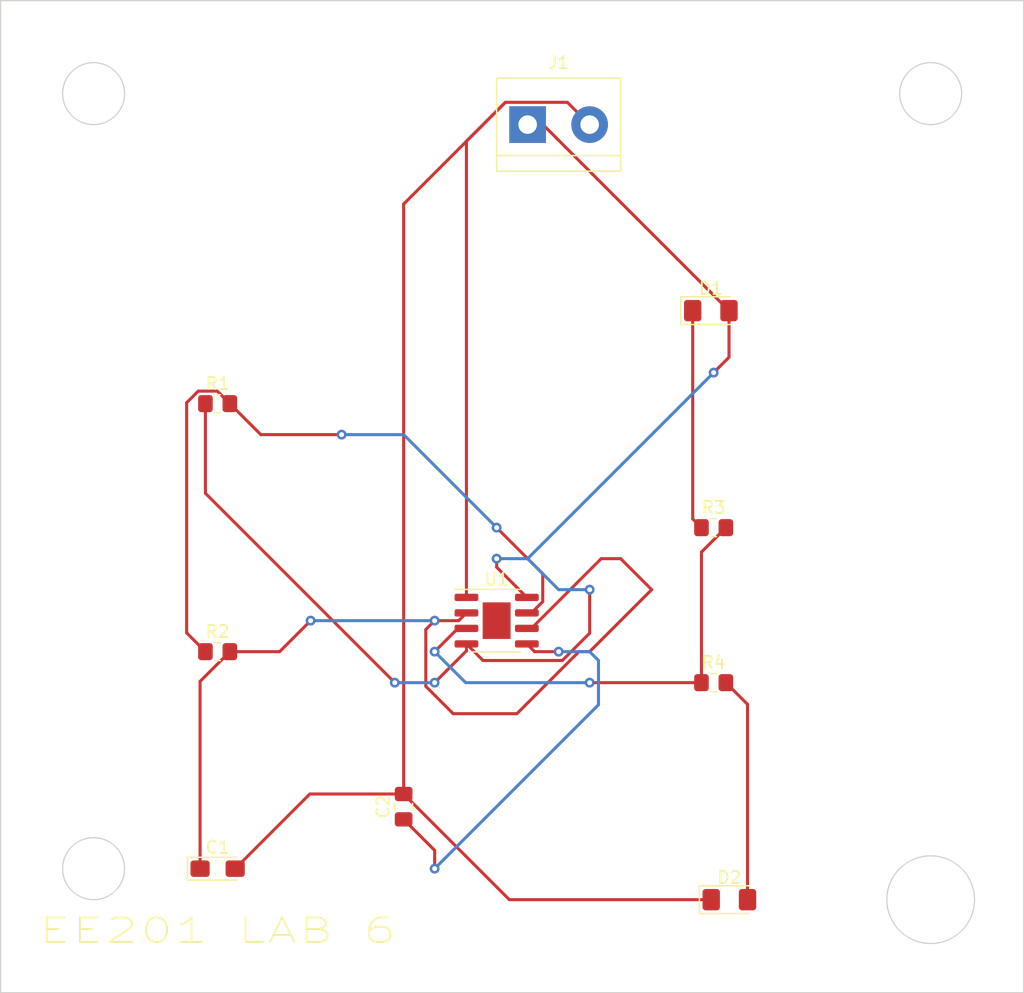
<source format=kicad_pcb>
(kicad_pcb (version 20211014) (generator pcbnew)
  (layers (0 "F.Cu" signal) (31 "B.Cu" signal) (34 "B.Paste" user) (35 "F.Paste" user) (36 "B.SilkS" user "B.Silkscreen") (37 "F.SilkS" user "F.Silkscreen") (38 "B.Mask" user) (39 "F.Mask" user) (44 "Edge.Cuts" user))
  (net 0 "")
  (net 1 "/pin_2")
  (net 2 "GND")
  (net 3 "Net-(C2-Pad1)")
  (net 4 "Net-(D1-Pad1)")
  (net 5 "+9V")
  (net 6 "Net-(D2-Pad2)")
  (net 7 "/pin_7")
  (net 8 "/pin_3")
  (footprint "LED_SMD:LED_1206_3216Metric_Pad1.42x1.75mm_HandSolder" (layer "F.Cu") (at 134.39 73.66)
    (fp_text reference "D1" (at 0 -1.82) (layer "F.SilkS"))
    (fp_text value "LED")
    (fp_line (start -2.46 1.135) (end 1.6 1.135) (layer "F.SilkS") (width 0.12))
    (fp_line (start 1.6 -1.135) (end -2.46 -1.135) (layer "F.SilkS") (width 0.12))
    (fp_line (start -2.46 -1.135) (end -2.46 1.135) (layer "F.SilkS") (width 0.12))
    (pad "1" smd roundrect (at -1.4875 0) (size 1.425 1.75) (layers "F.Cu" "F.Paste" "F.Mask") (roundrect_rratio 0.1754392982) (net 4 "Net-(D1-Pad1)"))
    (pad "2" smd roundrect (at 1.4875 0) (size 1.425 1.75) (layers "F.Cu" "F.Paste" "F.Mask") (roundrect_rratio 0.1754392982) (net 5 "+9V"))
  )
  (footprint "LED_SMD:LED_1206_3216Metric_Pad1.42x1.75mm_HandSolder" (layer "F.Cu") (at 135.9075 121.92)
    (fp_text reference "D2" (at 0 -1.82) (layer "F.SilkS"))
    (fp_text value "LED")
    (fp_line (start -2.46 1.135) (end 1.6 1.135) (layer "F.SilkS") (width 0.12))
    (fp_line (start 1.6 -1.135) (end -2.46 -1.135) (layer "F.SilkS") (width 0.12))
    (fp_line (start -2.46 -1.135) (end -2.46 1.135) (layer "F.SilkS") (width 0.12))
    (pad "1" smd roundrect (at -1.4875 0) (size 1.425 1.75) (layers "F.Cu" "F.Paste" "F.Mask") (roundrect_rratio 0.1754392982) (net 2 "GND"))
    (pad "2" smd roundrect (at 1.4875 0) (size 1.425 1.75) (layers "F.Cu" "F.Paste" "F.Mask") (roundrect_rratio 0.1754392982) (net 6 "Net-(D2-Pad2)"))
  )
  (footprint "Resistor_SMD:R_0805_2012Metric_Pad1.20x1.40mm_HandSolder" (layer "F.Cu") (at 93.98 101.6)
    (fp_text reference "R2" (at 0 -1.65) (layer "F.SilkS"))
    (fp_text value "10k")
    (fp_line (start -0.227064 0.735) (end 0.227064 0.735) (layer "F.SilkS") (width 0.12))
    (fp_line (start -0.227064 -0.735) (end 0.227064 -0.735) (layer "F.SilkS") (width 0.12))
    (pad "1" smd roundrect (at -1 0) (size 1.2 1.4) (layers "F.Cu" "F.Paste" "F.Mask") (roundrect_rratio 0.2083333333) (net 7 "/pin_7"))
    (pad "2" smd roundrect (at 1 0) (size 1.2 1.4) (layers "F.Cu" "F.Paste" "F.Mask") (roundrect_rratio 0.2083333333) (net 1 "/pin_2"))
  )
  (footprint "Capacitor_Tantalum_SMD:CP_EIA-3216-18_Kemet-A_Pad1.58x1.35mm_HandSolder" (layer "F.Cu") (at 93.98 119.38)
    (fp_text reference "C1" (at 0 -1.75) (layer "F.SilkS"))
    (fp_text value "10μF")
    (fp_line (start 1.6 -0.935) (end -2.485 -0.935) (layer "F.SilkS") (width 0.12))
    (fp_line (start -2.485 -0.935) (end -2.485 0.935) (layer "F.SilkS") (width 0.12))
    (fp_line (start -2.485 0.935) (end 1.6 0.935) (layer "F.SilkS") (width 0.12))
    (pad "1" smd roundrect (at -1.4375 0) (size 1.575 1.35) (layers "F.Cu" "F.Paste" "F.Mask") (roundrect_rratio 0.1851851852) (net 1 "/pin_2"))
    (pad "2" smd roundrect (at 1.4375 0) (size 1.575 1.35) (layers "F.Cu" "F.Paste" "F.Mask") (roundrect_rratio 0.1851851852) (net 2 "GND"))
  )
  (footprint "Resistor_SMD:R_0805_2012Metric_Pad1.20x1.40mm_HandSolder" (layer "F.Cu") (at 134.62 104.14)
    (fp_text reference "R4" (at 0 -1.65) (layer "F.SilkS"))
    (fp_text value "1k")
    (fp_line (start -0.227064 -0.735) (end 0.227064 -0.735) (layer "F.SilkS") (width 0.12))
    (fp_line (start -0.227064 0.735) (end 0.227064 0.735) (layer "F.SilkS") (width 0.12))
    (pad "1" smd roundrect (at -1 0) (size 1.2 1.4) (layers "F.Cu" "F.Paste" "F.Mask") (roundrect_rratio 0.2083333333) (net 8 "/pin_3"))
    (pad "2" smd roundrect (at 1 0) (size 1.2 1.4) (layers "F.Cu" "F.Paste" "F.Mask") (roundrect_rratio 0.2083333333) (net 6 "Net-(D2-Pad2)"))
  )
  (footprint "TerminalBlock:TerminalBlock_bornier-2_P5.08mm" (layer "F.Cu") (at 119.38 58.42)
    (fp_text reference "J1" (at 2.54 -5.08) (layer "F.SilkS"))
    (fp_text value "Conn_01x02_Male")
    (fp_line (start 7.62 2.54) (end -2.54 2.54) (layer "F.SilkS") (width 0.12))
    (fp_line (start 7.62 3.81) (end 7.62 -3.81) (layer "F.SilkS") (width 0.12))
    (fp_line (start -2.54 3.81) (end 7.62 3.81) (layer "F.SilkS") (width 0.12))
    (fp_line (start 7.62 -3.81) (end -2.54 -3.81) (layer "F.SilkS") (width 0.12))
    (fp_line (start -2.54 -3.81) (end -2.54 3.81) (layer "F.SilkS") (width 0.12))
    (pad "1" thru_hole rect (at 0 0) (size 3 3) (drill 1.52) (layers *.Cu *.Mask) (net 5 "+9V"))
    (pad "2" thru_hole circle (at 5.08 0) (size 3 3) (drill 1.52) (layers *.Cu *.Mask) (net 2 "GND"))
  )
  (footprint "Capacitor_SMD:C_0805_2012Metric_Pad1.18x1.45mm_HandSolder" (layer "F.Cu") (at 109.22 114.3 90)
    (fp_text reference "C2" (at 0 -1.68 90) (layer "F.SilkS"))
    (fp_text value "0.01μF")
    (fp_line (start -0.261252 -0.735) (end 0.261252 -0.735) (layer "F.SilkS") (width 0.12))
    (fp_line (start -0.261252 0.735) (end 0.261252 0.735) (layer "F.SilkS") (width 0.12))
    (pad "1" smd roundrect (at -1.0375 0 90) (size 1.175 1.45) (layers "F.Cu" "F.Paste" "F.Mask") (roundrect_rratio 0.2127659574) (net 3 "Net-(C2-Pad1)"))
    (pad "2" smd roundrect (at 1.0375 0 90) (size 1.175 1.45) (layers "F.Cu" "F.Paste" "F.Mask") (roundrect_rratio 0.2127659574) (net 2 "GND"))
  )
  (footprint "Package_SO:SOIC-8-1EP_3.9x4.9mm_P1.27mm_EP2.29x3mm" (layer "F.Cu") (at 116.84 99.06)
    (fp_text reference "U1" (at 0 -3.4) (layer "F.SilkS"))
    (fp_text value "NE555D")
    (fp_line (start 0 2.56) (end -1.95 2.56) (layer "F.SilkS") (width 0.12))
    (fp_line (start 0 -2.56) (end 1.95 -2.56) (layer "F.SilkS") (width 0.12))
    (fp_line (start 0 2.56) (end 1.95 2.56) (layer "F.SilkS") (width 0.12))
    (fp_line (start 0 -2.56) (end -3.45 -2.56) (layer "F.SilkS") (width 0.12))
    (pad "1" smd roundrect (at -2.475 -1.905) (size 1.95 0.6) (layers "F.Cu" "F.Paste" "F.Mask") (net 2 "GND"))
    (pad "2" smd roundrect (at -2.475 -0.635) (size 1.95 0.6) (layers "F.Cu" "F.Paste" "F.Mask") (net 1 "/pin_2"))
    (pad "3" smd roundrect (at -2.475 0.635) (size 1.95 0.6) (layers "F.Cu" "F.Paste" "F.Mask") (net 8 "/pin_3"))
    (pad "4" smd roundrect (at -2.475 1.905) (size 1.95 0.6) (layers "F.Cu" "F.Paste" "F.Mask") (net 5 "+9V"))
    (pad "5" smd roundrect (at 2.475 1.905) (size 1.95 0.6) (layers "F.Cu" "F.Paste" "F.Mask") (net 3 "Net-(C2-Pad1)"))
    (pad "6" smd roundrect (at 2.475 0.635) (size 1.95 0.6) (layers "F.Cu" "F.Paste" "F.Mask") (net 1 "/pin_2"))
    (pad "7" smd roundrect (at 2.475 -0.635) (size 1.95 0.6) (layers "F.Cu" "F.Paste" "F.Mask") (net 7 "/pin_7"))
    (pad "8" smd roundrect (at 2.475 -1.905) (size 1.95 0.6) (layers "F.Cu" "F.Paste" "F.Mask") (net 5 "+9V"))
    (pad "9" smd rect (at 0 0) (size 2.29 3) (layers "F.Cu" "F.Mask"))
  )
  (footprint "Resistor_SMD:R_0805_2012Metric_Pad1.20x1.40mm_HandSolder" (layer "F.Cu") (at 134.62 91.44)
    (fp_text reference "R3" (at 0 -1.65) (layer "F.SilkS"))
    (fp_text value "1k")
    (fp_line (start -0.227064 0.735) (end 0.227064 0.735) (layer "F.SilkS") (width 0.12))
    (fp_line (start -0.227064 -0.735) (end 0.227064 -0.735) (layer "F.SilkS") (width 0.12))
    (pad "1" smd roundrect (at -1 0) (size 1.2 1.4) (layers "F.Cu" "F.Paste" "F.Mask") (roundrect_rratio 0.2083333333) (net 4 "Net-(D1-Pad1)"))
    (pad "2" smd roundrect (at 1 0) (size 1.2 1.4) (layers "F.Cu" "F.Paste" "F.Mask") (roundrect_rratio 0.2083333333) (net 8 "/pin_3"))
  )
  (footprint "Resistor_SMD:R_0805_2012Metric_Pad1.20x1.40mm_HandSolder" (layer "F.Cu") (at 93.98 81.28)
    (fp_text reference "R1" (at 0 -1.65) (layer "F.SilkS"))
    (fp_text value "1k")
    (fp_line (start -0.227064 -0.735) (end 0.227064 -0.735) (layer "F.SilkS") (width 0.12))
    (fp_line (start -0.227064 0.735) (end 0.227064 0.735) (layer "F.SilkS") (width 0.12))
    (pad "1" smd roundrect (at -1 0) (size 1.2 1.4) (layers "F.Cu" "F.Paste" "F.Mask") (roundrect_rratio 0.2083333333) (net 5 "+9V"))
    (pad "2" smd roundrect (at 1 0) (size 1.2 1.4) (layers "F.Cu" "F.Paste" "F.Mask") (roundrect_rratio 0.2083333333) (net 7 "/pin_7"))
  )
  (gr_circle (center 83.82 55.88) (end 83.82 53.34) (layer "Edge.Cuts") (width 0.1) (fill none))
  (gr_circle (center 83.82 119.38) (end 83.82 116.84) (layer "Edge.Cuts") (width 0.1) (fill none))
  (gr_rect (start 76.2 48.26) (end 160.02 129.54) (layer "Edge.Cuts") (width 0.1) (fill none))
  (gr_circle (center 152.4 121.92) (end 154.94 124.46) (layer "Edge.Cuts") (width 0.1) (fill none))
  (gr_circle (center 152.4 55.88) (end 152.4 58.42) (layer "Edge.Cuts") (width 0.1) (fill none))
  (gr_text "EE201 LAB 6" (at 93.98 124.46) (layer "F.SilkS") (effects (font (size 2 3))))
  (segment (start 94.98 101.6) (end 99.06 101.6) (width 0.25) (layer "F.Cu") (net 1))
  (segment (start 92.5425 119.38) (end 92.5425 104.0375) (width 0.25) (layer "F.Cu") (net 1))
  (segment (start 111.035 104.440305) (end 111.035 99.785) (width 0.25) (layer "F.Cu") (net 1))
  (segment (start 99.06 101.6) (end 101.6 99.06) (width 0.25) (layer "F.Cu") (net 1))
  (segment (start 113.274695 106.68) (end 111.035 104.440305) (width 0.25) (layer "F.Cu") (net 1))
  (segment (start 123.581701 101.6) (end 118.501701 106.68) (width 0.25) (layer "F.Cu") (net 1))
  (segment (start 111.035 99.785) (end 111.76 99.06) (width 0.25) (layer "F.Cu") (net 1))
  (segment (start 92.5425 104.0375) (end 94.98 101.6) (width 0.25) (layer "F.Cu") (net 1))
  (segment (start 113.73 99.06) (end 114.365 98.425) (width 0.25) (layer "F.Cu") (net 1))
  (segment (start 124.46 101.6) (end 123.581701 101.6) (width 0.25) (layer "F.Cu") (net 1))
  (segment (start 129.54 96.52) (end 124.46 101.6) (width 0.25) (layer "F.Cu") (net 1))
  (segment (start 127 93.98) (end 129.54 96.52) (width 0.25) (layer "F.Cu") (net 1))
  (segment (start 119.691751 99.695) (end 125.406751 93.98) (width 0.25) (layer "F.Cu") (net 1))
  (segment (start 119.315 99.695) (end 119.691751 99.695) (width 0.25) (layer "F.Cu") (net 1))
  (segment (start 125.406751 93.98) (end 127 93.98) (width 0.25) (layer "F.Cu") (net 1))
  (segment (start 118.501701 106.68) (end 113.274695 106.68) (width 0.25) (layer "F.Cu") (net 1))
  (segment (start 111.76 99.06) (end 113.73 99.06) (width 0.25) (layer "F.Cu") (net 1))
  (via (at 111.76 99.06) (size 0.8) (drill 0.4) (layers "F.Cu" "B.Cu") (net 1))
  (via (at 101.6 99.06) (size 0.8) (drill 0.4) (layers "F.Cu" "B.Cu") (net 1))
  (segment (start 101.6 99.06) (end 111.76 99.06) (width 0.25) (layer "B.Cu") (net 1))
  (segment (start 114.365 59.785) (end 117.555 56.595) (width 0.25) (layer "F.Cu") (net 2))
  (segment (start 122.635 56.595) (end 117.555 56.595) (width 0.25) (layer "F.Cu") (net 2))
  (segment (start 101.535 113.2625) (end 95.4175 119.38) (width 0.25) (layer "F.Cu") (net 2))
  (segment (start 117.555 56.595) (end 109.22 64.93) (width 0.25) (layer "F.Cu") (net 2))
  (segment (start 134.42 121.92) (end 117.8775 121.92) (width 0.25) (layer "F.Cu") (net 2))
  (segment (start 114.365 97.155) (end 114.365 59.785) (width 0.25) (layer "F.Cu") (net 2))
  (segment (start 109.22 64.93) (end 109.22 113.2625) (width 0.25) (layer "F.Cu") (net 2))
  (segment (start 117.8775 121.92) (end 109.22 113.2625) (width 0.25) (layer "F.Cu") (net 2))
  (segment (start 124.46 58.42) (end 122.635 56.595) (width 0.25) (layer "F.Cu") (net 2))
  (segment (start 109.22 113.2625) (end 101.535 113.2625) (width 0.25) (layer "F.Cu") (net 2))
  (segment (start 119.95 101.6) (end 119.315 100.965) (width 0.25) (layer "F.Cu") (net 3))
  (segment (start 111.76 117.8775) (end 111.76 119.38) (width 0.25) (layer "F.Cu") (net 3))
  (segment (start 109.22 115.3375) (end 111.76 117.8775) (width 0.25) (layer "F.Cu") (net 3))
  (segment (start 121.92 101.6) (end 119.95 101.6) (width 0.25) (layer "F.Cu") (net 3))
  (via (at 111.76 119.38) (size 0.8) (drill 0.4) (layers "F.Cu" "B.Cu") (net 3))
  (via (at 121.92 101.6) (size 0.8) (drill 0.4) (layers "F.Cu" "B.Cu") (net 3))
  (segment (start 125.185 105.955) (end 125.185 102.325) (width 0.25) (layer "B.Cu") (net 3))
  (segment (start 125.185 102.325) (end 124.46 101.6) (width 0.25) (layer "B.Cu") (net 3))
  (segment (start 111.76 119.38) (end 125.185 105.955) (width 0.25) (layer "B.Cu") (net 3))
  (segment (start 124.46 101.6) (end 121.92 101.6) (width 0.25) (layer "B.Cu") (net 3))
  (segment (start 132.9025 73.66) (end 132.9025 90.7225) (width 0.25) (layer "F.Cu") (net 4))
  (segment (start 132.9025 90.7225) (end 133.62 91.44) (width 0.25) (layer "F.Cu") (net 4))
  (segment (start 115.725 102.325) (end 122.220305 102.325) (width 0.25) (layer "F.Cu") (net 5))
  (segment (start 135.8775 73.66) (end 120.6375 58.42) (width 0.25) (layer "F.Cu") (net 5))
  (segment (start 92.98 81.28) (end 92.98 88.6245) (width 0.25) (layer "F.Cu") (net 5))
  (segment (start 124.46 100.085305) (end 124.46 96.52) (width 0.25) (layer "F.Cu") (net 5))
  (segment (start 92.98 88.6245) (end 108.4955 104.14) (width 0.25) (layer "F.Cu") (net 5))
  (segment (start 120.6375 58.42) (end 119.38 58.42) (width 0.25) (layer "F.Cu") (net 5))
  (segment (start 135.8775 73.66) (end 135.8775 77.4825) (width 0.25) (layer "F.Cu") (net 5))
  (segment (start 111.76 104.14) (end 114.365 101.535) (width 0.25) (layer "F.Cu") (net 5))
  (segment (start 114.365 101.535) (end 114.365 100.965) (width 0.25) (layer "F.Cu") (net 5))
  (segment (start 116.84 94.68) (end 119.315 97.155) (width 0.25) (layer "F.Cu") (net 5))
  (segment (start 135.8775 77.4825) (end 134.62 78.74) (width 0.25) (layer "F.Cu") (net 5))
  (segment (start 122.220305 102.325) (end 124.46 100.085305) (width 0.25) (layer "F.Cu") (net 5))
  (segment (start 114.365 100.965) (end 115.725 102.325) (width 0.25) (layer "F.Cu") (net 5))
  (segment (start 116.84 93.98) (end 116.84 94.68) (width 0.25) (layer "F.Cu") (net 5))
  (via (at 124.46 96.52) (size 0.8) (drill 0.4) (layers "F.Cu" "B.Cu") (net 5))
  (via (at 108.4955 104.14) (size 0.8) (drill 0.4) (layers "F.Cu" "B.Cu") (net 5))
  (via (at 116.84 93.98) (size 0.8) (drill 0.4) (layers "F.Cu" "B.Cu") (net 5))
  (via (at 111.76 104.14) (size 0.8) (drill 0.4) (layers "F.Cu" "B.Cu") (net 5))
  (via (at 134.62 78.74) (size 0.8) (drill 0.4) (layers "F.Cu" "B.Cu") (net 5))
  (segment (start 108.4955 104.14) (end 111.76 104.14) (width 0.25) (layer "B.Cu") (net 5))
  (segment (start 119.38 93.98) (end 116.84 93.98) (width 0.25) (layer "B.Cu") (net 5))
  (segment (start 134.62 78.74) (end 119.38 93.98) (width 0.25) (layer "B.Cu") (net 5))
  (segment (start 121.92 96.52) (end 119.38 93.98) (width 0.25) (layer "B.Cu") (net 5))
  (segment (start 124.46 96.52) (end 121.92 96.52) (width 0.25) (layer "B.Cu") (net 5))
  (segment (start 137.395 105.915) (end 135.62 104.14) (width 0.25) (layer "F.Cu") (net 6))
  (segment (start 137.395 121.92) (end 137.395 105.915) (width 0.25) (layer "F.Cu") (net 6))
  (segment (start 104.14 83.82) (end 97.52 83.82) (width 0.25) (layer "F.Cu") (net 7))
  (segment (start 93.955 80.255) (end 92.391827 80.255) (width 0.25) (layer "F.Cu") (net 7))
  (segment (start 92.391827 80.255) (end 91.44 81.206827) (width 0.25) (layer "F.Cu") (net 7))
  (segment (start 91.44 100.06) (end 92.98 101.6) (width 0.25) (layer "F.Cu") (net 7))
  (segment (start 120.615 97.501751) (end 120.615 95.215) (width 0.25) (layer "F.Cu") (net 7))
  (segment (start 94.98 81.28) (end 93.955 80.255) (width 0.25) (layer "F.Cu") (net 7))
  (segment (start 119.315 98.425) (end 119.691751 98.425) (width 0.25) (layer "F.Cu") (net 7))
  (segment (start 120.615 95.215) (end 116.84 91.44) (width 0.25) (layer "F.Cu") (net 7))
  (segment (start 91.44 81.206827) (end 91.44 100.06) (width 0.25) (layer "F.Cu") (net 7))
  (segment (start 119.691751 98.425) (end 120.615 97.501751) (width 0.25) (layer "F.Cu") (net 7))
  (segment (start 97.52 83.82) (end 94.98 81.28) (width 0.25) (layer "F.Cu") (net 7))
  (via (at 116.84 91.44) (size 0.8) (drill 0.4) (layers "F.Cu" "B.Cu") (net 7))
  (via (at 104.14 83.82) (size 0.8) (drill 0.4) (layers "F.Cu" "B.Cu") (net 7))
  (segment (start 116.84 91.44) (end 109.22 83.82) (width 0.25) (layer "B.Cu") (net 7))
  (segment (start 109.22 83.82) (end 104.14 83.82) (width 0.25) (layer "B.Cu") (net 7))
  (segment (start 135.62 91.44) (end 133.62 93.44) (width 0.25) (layer "F.Cu") (net 8))
  (segment (start 113.665 99.695) (end 114.365 99.695) (width 0.25) (layer "F.Cu") (net 8))
  (segment (start 111.76 101.6) (end 113.665 99.695) (width 0.25) (layer "F.Cu") (net 8))
  (segment (start 133.62 104.14) (end 124.46 104.14) (width 0.25) (layer "F.Cu") (net 8))
  (segment (start 133.62 93.44) (end 133.62 104.14) (width 0.25) (layer "F.Cu") (net 8))
  (via (at 124.46 104.14) (size 0.8) (drill 0.4) (layers "F.Cu" "B.Cu") (net 8))
  (via (at 111.76 101.6) (size 0.8) (drill 0.4) (layers "F.Cu" "B.Cu") (net 8))
  (segment (start 114.3 104.14) (end 111.76 101.6) (width 0.25) (layer "B.Cu") (net 8))
  (segment (start 124.46 104.14) (end 114.3 104.14) (width 0.25) (layer "B.Cu") (net 8))
)
</source>
